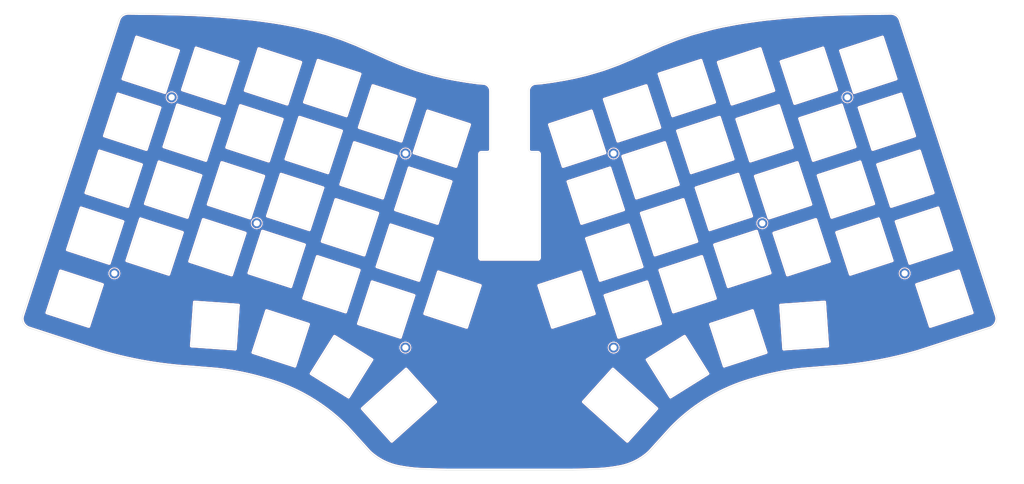
<source format=kicad_pcb>
(kicad_pcb (version 20211014) (generator pcbnew)
  (layers (0 "F.Cu" signal) (31 "B.Cu" signal) (34 "B.Paste" user) (35 "F.Paste" user) (36 "B.SilkS" user "B.Silkscreen") (37 "F.SilkS" user "F.Silkscreen") (38 "B.Mask" user) (39 "F.Mask" user) (44 "Edge.Cuts" user))
  (net 0 "")
  (footprint "" (layer "F.Cu") (at 344.943026 140.086066 18)
    (fp_text reference "" (at 0 0 18) (layer "F.SilkS") (effects (font (size 1.27 1.27))))
    (fp_text value "" (at 0 0 18) (layer "F.SilkS") (effects (font (size 1.27 1.27))))
    (pad "" thru_hole circle locked (at 0 0 306) (size 3.2 3.2) (drill 2) (layers *.Cu *.Mask "Dwgs.User") (clearance 0.3))
  )
  (footprint "" (layer "F.Cu") (at 299.700822 124.139077 18)
    (fp_text reference "" (at 0 0 18) (layer "F.SilkS") (effects (font (size 1.27 1.27))))
    (fp_text value "" (at 0 0 18) (layer "F.SilkS") (effects (font (size 1.27 1.27))))
    (pad "" thru_hole circle locked (at 0 0 306) (size 3.2 3.2) (drill 2) (layers *.Cu *.Mask "Dwgs.User") (clearance 0.3))
  )
  (footprint "" (layer "F.Cu") (at 252.427868 101.942074 18)
    (fp_text reference "" (at 0 0 18) (layer "F.SilkS") (effects (font (size 1.27 1.27))))
    (fp_text value "" (at 0 0 18) (layer "F.SilkS") (effects (font (size 1.27 1.27))))
    (pad "" thru_hole circle locked (at 0 0 306) (size 3.2 3.2) (drill 2) (layers *.Cu *.Mask "Dwgs.User") (clearance 0.3))
  )
  (footprint "" (layer "F.Cu") (at 252.461127 163.69153 18)
    (fp_text reference "" (at 0 0 18) (layer "F.SilkS") (effects (font (size 1.27 1.27))))
    (fp_text value "" (at 0 0 18) (layer "F.SilkS") (effects (font (size 1.27 1.27))))
    (pad "" thru_hole circle locked (at 0 0 306) (size 3.2 3.2) (drill 2) (layers *.Cu *.Mask "Dwgs.User") (clearance 0.3))
  )
  (footprint "" (layer "F.Cu") (at 326.743082 84.072406 18)
    (fp_text reference "" (at 0 0 18) (layer "F.SilkS") (effects (font (size 1.27 1.27))))
    (fp_text value "" (at 0 0 18) (layer "F.SilkS") (effects (font (size 1.27 1.27))))
    (pad "" thru_hole circle locked (at 0 0 306) (size 3.2 3.2) (drill 2) (layers *.Cu *.Mask "Dwgs.User") (clearance 0.3))
  )
  (footprint "" (layer "B.Cu") (at 139.034094 124.139077 162)
    (fp_text reference "" (at 0 0 162) (layer "B.SilkS") (effects (font (size 1.27 1.27)) (justify mirror)))
    (fp_text value "" (at 0 0 162) (layer "B.SilkS") (effects (font (size 1.27 1.27)) (justify mirror)))
    (pad "" thru_hole circle locked (at 0 0 90) (size 3.2 3.2) (drill 2) (layers *.Cu *.Mask "Dwgs.User") (clearance 0.3))
  )
  (footprint "" (layer "B.Cu") (at 186.273789 163.69153 162)
    (fp_text reference "" (at 0 0 162) (layer "B.SilkS") (effects (font (size 1.27 1.27)) (justify mirror)))
    (fp_text value "" (at 0 0 162) (layer "B.SilkS") (effects (font (size 1.27 1.27)) (justify mirror)))
    (pad "" thru_hole circle locked (at 0 0 90) (size 3.2 3.2) (drill 2) (layers *.Cu *.Mask "Dwgs.User") (clearance 0.3))
  )
  (footprint "" (layer "B.Cu") (at 111.991834 84.072406 162)
    (fp_text reference "" (at 0 0 162) (layer "B.SilkS") (effects (font (size 1.27 1.27)) (justify mirror)))
    (fp_text value "" (at 0 0 162) (layer "B.SilkS") (effects (font (size 1.27 1.27)) (justify mirror)))
    (pad "" thru_hole circle locked (at 0 0 90) (size 3.2 3.2) (drill 2) (layers *.Cu *.Mask "Dwgs.User") (clearance 0.3))
  )
  (footprint "" (layer "B.Cu") (at 186.307048 101.942074 162)
    (fp_text reference "" (at 0 0 162) (layer "B.SilkS") (effects (font (size 1.27 1.27)) (justify mirror)))
    (fp_text value "" (at 0 0 162) (layer "B.SilkS") (effects (font (size 1.27 1.27)) (justify mirror)))
    (pad "" thru_hole circle locked (at 0 0 90) (size 3.2 3.2) (drill 2) (layers *.Cu *.Mask "Dwgs.User") (clearance 0.3))
  )
  (footprint "" (layer "B.Cu") (at 93.79189 140.086066 162)
    (fp_text reference "" (at 0 0 162) (layer "B.SilkS") (effects (font (size 1.27 1.27)) (justify mirror)))
    (fp_text value "" (at 0 0 162) (layer "B.SilkS") (effects (font (size 1.27 1.27)) (justify mirror)))
    (pad "" thru_hole circle locked (at 0 0 90) (size 3.2 3.2) (drill 2) (layers *.Cu *.Mask "Dwgs.User") (clearance 0.3))
  )
  (gr_line (start 137.835718 165.255013) (end 151.150509 169.581252) (layer "Edge.Cuts") (width 0.05))
  (gr_line (start 171.365761 156.092523) (end 184.680552 160.418762) (layer "Edge.Cuts") (width 0.05))
  (gr_line (start 272.323562 65.617683) (end 277.344308 63.908554) (layer "Edge.Cuts") (width 0.099999))
  (gr_line (start 115.418801 81.696356) (end 128.733592 86.022595) (layer "Edge.Cuts") (width 0.05))
  (gr_line (start 121.286281 108.943057) (end 107.971489 104.616817) (layer "Edge.Cuts") (width 0.05))
  (gr_line (start 265.577282 134.240742) (end 278.892073 129.914503) (layer "Edge.Cuts") (width 0.05))
  (gr_line (start 171.597099 139.043575) (end 158.282307 134.717335) (layer "Edge.Cuts") (width 0.05))
  (gr_line (start 119.549357 57.799238) (end 125.509688 58.144874) (layer "Edge.Cuts") (width 0.099999))
  (gr_line (start 199.307797 202.675942) (end 191.179794 202.421941) (layer "Edge.Cuts") (width 0.1))
  (gr_line (start 96.496981 123.589589) (end 83.182189 119.263349) (layer "Edge.Cuts") (width 0.05))
  (gr_line (start 300.937768 59.230864) (end 307.142621 58.622085) (layer "Edge.Cuts") (width 0.099999))
  (gr_line (start 226.367458 101.601893) (end 228.367458 101.601893) (layer "Edge.Cuts") (width 0.05))
  (gr_line (start 168.540976 66.458284) (end 170.6706 67.298888) (layer "Edge.Cuts") (width 0.099999))
  (gr_line (start 213.367458 82.101893) (end 213.367458 100.601893) (layer "Edge.Cuts") (width 0.05))
  (gr_line (start 111.073272 140.375474) (end 115.399509 127.060682) (layer "Edge.Cuts") (width 0.05))
  (gr_line (start 186.514455 170.542133) (end 195.882283 180.946161) (layer "Edge.Cuts") (width 0.05))
  (gr_line (start 266.163716 183.096694) (end 256.795888 193.500722) (layer "Edge.Cuts") (width 0.05))
  (gr_line (start 85.653823 156.953835) (end 89.98006 143.639043) (layer "Edge.Cuts") (width 0.05))
  (gr_line (start 341.408118 57.438745) (end 341.814519 57.591149) (layer "Edge.Cuts") (width 0.099999))
  (gr_line (start 71.463224 159.01361) (end 89.580851 164.900387) (layer "Edge.Cuts") (width 0.1))
  (gr_line (start 183.370646 102.80832) (end 170.055854 98.48208) (layer "Edge.Cuts") (width 0.05))
  (gr_line (start 297.863824 126.656446) (end 284.549032 130.982686) (layer "Edge.Cuts") (width 0.05))
  (gr_arc (start 228.367458 101.601893) (mid 228.721016 101.748335) (end 228.867458 102.101893) (layer "Edge.Cuts") (width 0.05))
  (gr_line (start 108.270528 87.354334) (end 94.955736 83.028094) (layer "Edge.Cuts") (width 0.05))
  (gr_line (start 66.735901 157.477611) (end 71.463224 159.01361) (layer "Edge.Cuts") (width 0.1))
  (gr_line (start 305.531385 150.191612) (end 319.497282 149.215021) (layer "Edge.Cuts") (width 0.05))
  (gr_line (start 102.383753 105.471964) (end 89.068961 101.145724) (layer "Edge.Cuts") (width 0.05))
  (gr_line (start 95.447221 58.911945) (end 95.650376 58.607143) (layer "Edge.Cuts") (width 0.099999))
  (gr_line (start 274.983543 160.117208) (end 282.402413 171.989882) (layer "Edge.Cuts") (width 0.05))
  (gr_line (start 257.156147 124.660105) (end 243.841355 128.986345) (layer "Edge.Cuts") (width 0.05))
  (gr_line (start 83.182189 119.263349) (end 78.855953 132.578142) (layer "Edge.Cuts") (width 0.05))
  (gr_arc (start 349.154065 164.900387) (mid 336.541435 167.91698) (end 323.690653 169.659293) (layer "Edge.Cuts") (width 0.1))
  (gr_line (start 125.509688 58.144874) (end 131.592295 58.622085) (layer "Edge.Cuts") (width 0.099999))
  (gr_line (start 325.023616 57.585163) (end 333.150802 57.414237) (layer "Edge.Cuts") (width 0.099999))
  (gr_line (start 122.047053 122.943787) (end 117.720817 136.25858) (layer "Edge.Cuts") (width 0.05))
  (gr_line (start 313.225228 58.144874) (end 319.185559 57.799238) (layer "Edge.Cuts") (width 0.099999))
  (gr_line (start 267.137817 139.043575) (end 271.464054 152.358367) (layer "Edge.Cuts") (width 0.05))
  (gr_line (start 113.7113 57.585163) (end 119.549357 57.799238) (layer "Edge.Cuts") (width 0.099999))
  (gr_line (start 366.395884 152.627596) (end 362.069648 139.312803) (layer "Edge.Cuts") (width 0.05))
  (gr_line (start 158.282307 134.717335) (end 153.956071 148.032128) (layer "Edge.Cuts") (width 0.05))
  (gr_line (start 300.899198 165.255013) (end 296.572962 151.94022) (layer "Edge.Cuts") (width 0.05))
  (gr_line (start 304.914316 86.708532) (end 291.599524 91.034772) (layer "Edge.Cuts") (width 0.05))
  (gr_line (start 272.775485 94.747431) (end 277.101722 108.062223) (layer "Edge.Cuts") (width 0.05))
  (gr_line (start 148.318403 103.735984) (end 161.633194 108.062223) (layer "Edge.Cuts") (width 0.05))
  (gr_line (start 236.394044 106.065883) (end 249.708835 101.739644) (layer "Edge.Cuts") (width 0.05))
  (gr_line (start 90.6295 96.342887) (end 103.944291 100.669126) (layer "Edge.Cuts") (width 0.05))
  (gr_line (start 237.95458 110.868715) (end 242.280817 124.183507) (layer "Edge.Cuts") (width 0.05))
  (gr_line (start 299.027543 68.590908) (end 285.712751 72.917148) (layer "Edge.Cuts") (width 0.05))
  (gr_line (start 209.867458 135.105893) (end 209.867458 102.101893) (layer "Edge.Cuts") (width 0.05))
  (gr_line (start 161.633194 108.062223) (end 165.959431 94.747431) (layer "Edge.Cuts") (width 0.05))
  (gr_line (start 317.448635 108.943057) (end 321.774872 122.257849) (layer "Edge.Cuts") (width 0.05))
  (gr_line (start 284.52974 85.61836) (end 280.203504 72.303567) (layer "Edge.Cuts") (width 0.05))
  (gr_line (start 167.519967 89.944599) (end 171.846204 76.629807) (layer "Edge.Cuts") (width 0.05))
  (gr_line (start 342.237935 123.589589) (end 346.564172 136.904381) (layer "Edge.Cuts") (width 0.05))
  (gr_line (start 330.763427 104.616817) (end 317.448635 108.943057) (layer "Edge.Cuts") (width 0.05))
  (gr_line (start 295.925761 104.349564) (end 309.240552 100.023325) (layer "Edge.Cuts") (width 0.05))
  (gr_line (start 311.56186 90.825427) (end 315.888097 104.140219) (layer "Edge.Cuts") (width 0.05))
  (gr_line (start 153.956071 148.032128) (end 167.270862 152.358367) (layer "Edge.Cuts") (width 0.05))
  (gr_line (start 246.777352 75.958731) (end 249.165457 75.235741) (layer "Edge.Cuts") (width 0.099999))
  (gr_line (start 147.135392 91.034772) (end 133.8206 86.708532) (layer "Edge.Cuts") (width 0.05))
  (gr_line (start 323.335407 127.060682) (end 327.661644 140.375474) (layer "Edge.Cuts") (width 0.05))
  (gr_line (start 257.810883 71.868678) (end 261.81165 70.069869) (layer "Edge.Cuts") (width 0.099999))
  (gr_line (start 297.486299 109.152402) (end 301.812536 122.467194) (layer "Edge.Cuts") (width 0.05))
  (gr_line (start 306.507976 164.157509) (end 305.531385 150.191612) (layer "Edge.Cuts") (width 0.05))
  (gr_line (start 251.269372 106.542475) (end 237.95458 110.868715) (layer "Edge.Cuts") (width 0.05))
  (gr_line (start 290.416513 103.735984) (end 286.090277 90.421191) (layer "Edge.Cuts") (width 0.05))
  (gr_line (start 328.903852 82.551502) (end 342.218643 78.225263) (layer "Edge.Cuts") (width 0.05))
  (gr_line (start 140.871092 126.656446) (end 136.544856 139.971239) (layer "Edge.Cuts") (width 0.05))
  (gr_line (start 327.661644 140.375474) (end 340.976435 136.049235) (layer "Edge.Cuts") (width 0.05))
  (gr_line (start 127.933825 104.826162) (end 123.607589 118.140955) (layer "Edge.Cuts") (width 0.05))
  (gr_line (start 342.220924 57.794343) (end 342.576546 58.048343) (layer "Edge.Cuts") (width 0.099999))
  (gr_line (start 298.154948 59.587078) (end 300.937768 59.230864) (layer "Edge.Cuts") (width 0.099999))
  (gr_line (start 107.971489 104.616817) (end 103.645253 117.93161) (layer "Edge.Cuts") (width 0.05))
  (gr_line (start 192.426774 152.920484) (end 205.741565 157.246723) (layer "Edge.Cuts") (width 0.05))
  (gr_line (start 147.278544 60.595215) (end 151.44344 61.383359) (layer "Edge.Cuts") (width 0.099999))
  (gr_line (start 175.691997 142.77773) (end 171.365761 156.092523) (layer "Edge.Cuts") (width 0.05))
  (gr_line (start 252.220461 170.542133) (end 266.163716 183.096694) (layer "Edge.Cuts") (width 0.05))
  (gr_line (start 131.592295 58.622085) (end 137.797148 59.230864) (layer "Edge.Cuts") (width 0.099999))
  (gr_line (start 205.741565 157.246723) (end 210.067802 143.931931) (layer "Edge.Cuts") (width 0.05))
  (gr_line (start 353.081093 156.953835) (end 366.395884 152.627596) (layer "Edge.Cuts") (width 0.05))
  (gr_line (start 97.758481 136.049235) (end 111.073272 140.375474) (layer "Edge.Cuts") (width 0.05))
  (gr_line (start 261.482383 137.974898) (end 257.156147 124.660105) (layer "Edge.Cuts") (width 0.05))
  (gr_line (start 248.167592 142.301137) (end 261.482383 137.974898) (layer "Edge.Cuts") (width 0.05))
  (gr_line (start 239.427119 202.675942) (end 230.537121 202.675941) (layer "Edge.Cuts") (width 0.1))
  (gr_line (start 340.976435 136.049235) (end 336.650199 122.734442) (layer "Edge.Cuts") (width 0.05))
  (gr_line (start 95.650376 58.607143) (end 95.904405 58.302349) (layer "Edge.Cuts") (width 0.099999))
  (gr_line (start 89.98006 143.639043) (end 76.665268 139.312803) (layer "Edge.Cuts") (width 0.05))
  (gr_line (start 201.909371 78.357015) (end 205.825108 79.008943) (layer "Edge.Cuts") (width 0.099999))
  (gr_arc (start 191.179794 202.421941) (mid 188.000927 202.149783) (end 184.846392 201.672102) (layer "Edge.Cuts") (width 0.1))
  (gr_line (start 123.607589 118.140955) (end 136.92238 122.467194) (layer "Edge.Cuts") (width 0.05))
  (gr_line (start 103.944291 100.669126) (end 108.270528 87.354334) (layer "Edge.Cuts") (width 0.05))
  (gr_line (start 144.246549 60.10278) (end 147.278544 60.595215) (layer "Edge.Cuts") (width 0.099999))
  (gr_arc (start 115.044263 169.659293) (mid 102.193481 167.91698) (end 89.580851 164.900387) (layer "Edge.Cuts") (width 0.1))
  (gr_line (start 136.544856 139.971239) (end 149.859647 144.297478) (layer "Edge.Cuts") (width 0.05))
  (gr_line (start 267.118525 93.679249) (end 262.792289 80.364456) (layer "Edge.Cuts") (width 0.05))
  (gr_line (start 225.367458 100.601893) (end 225.367458 82.101893) (layer "Edge.Cuts") (width 0.05))
  (gr_line (start 181.939028 193.500722) (end 172.5712 183.096694) (layer "Edge.Cuts") (width 0.05))
  (gr_line (start 100.629754 57.359658) (end 105.584114 57.414237) (layer "Edge.Cuts") (width 0.099999))
  (gr_line (start 148.695928 86.23194) (end 153.022165 72.917148) (layer "Edge.Cuts") (width 0.05))
  (gr_line (start 142.809155 104.349564) (end 147.135392 91.034772) (layer "Edge.Cuts") (width 0.05))
  (gr_line (start 294.488367 60.10278) (end 298.154948 59.587078) (layer "Edge.Cuts") (width 0.099999))
  (gr_line (start 367.271692 159.01361) (end 371.999015 157.477611) (layer "Edge.Cuts") (width 0.1))
  (gr_line (start 349.665955 101.145724) (end 336.351163 105.471964) (layer "Edge.Cuts") (width 0.05))
  (gr_line (start 115.044263 169.659293) (end 118.219438 169.883979) (layer "Edge.Cuts") (width 0.099999))
  (gr_line (start 283.25817 156.26646) (end 287.584407 169.581252) (layer "Edge.Cuts") (width 0.05))
  (gr_line (start 305.675087 72.707803) (end 310.001324 86.022595) (layer "Edge.Cuts") (width 0.05))
  (gr_line (start 89.068961 101.145724) (end 84.742725 114.460517) (layer "Edge.Cuts") (width 0.05))
  (gr_line (start 171.846204 76.629807) (end 158.531412 72.303567) (layer "Edge.Cuts") (width 0.05))
  (gr_line (start 161.390608 63.908554) (end 166.411354 65.617683) (layer "Edge.Cuts") (width 0.099999))
  (gr_line (start 154.846884 62.143583) (end 157.615744 62.880539) (layer "Edge.Cuts") (width 0.099999))
  (gr_line (start 183.139308 119.857268) (end 196.454099 124.183507) (layer "Edge.Cuts") (width 0.05))
  (gr_line (start 254.054364 160.418762) (end 267.369155 156.092523) (layer "Edge.Cuts") (width 0.05))
  (gr_line (start 366.987227 131.68725) (end 374.070493 153.487302) (layer "Edge.Cuts") (width 0.1))
  (gr_line (start 243.841355 128.986345) (end 248.167592 142.301137) (layer "Edge.Cuts") (width 0.05))
  (gr_line (start 284.549032 130.982686) (end 288.875269 144.297478) (layer "Edge.Cuts") (width 0.05))
  (gr_line (start 321.774872 122.257849) (end 335.089663 117.93161) (layer "Edge.Cuts") (width 0.05))
  (gr_line (start 155.746419 126.179853) (end 160.072656 112.865061) (layer "Edge.Cuts") (width 0.05))
  (gr_line (start 315.127327 118.140955) (end 310.801091 104.826162) (layer "Edge.Cuts") (width 0.05))
  (gr_line (start 189.257419 84.690696) (end 175.942627 80.364456) (layer "Edge.Cuts") (width 0.05))
  (gr_line (start 241.981906 139.605691) (end 228.667114 143.931931) (layer "Edge.Cuts") (width 0.05))
  (gr_line (start 176.923266 70.069869) (end 180.924033 71.868678) (layer "Edge.Cuts") (width 0.099999))
  (gr_line (start 100.842509 64.91047) (end 96.516273 78.225263) (layer "Edge.Cuts") (width 0.05))
  (gr_line (start 349.154065 164.900387) (end 367.271692 159.01361) (layer "Edge.Cuts") (width 0.1))
  (gr_line (start 141.248617 109.152402) (end 127.933825 104.826162) (layer "Edge.Cuts") (width 0.05))
  (gr_line (start 362.069648 139.312803) (end 348.754856 143.639043) (layer "Edge.Cuts") (width 0.05))
  (gr_line (start 196.454099 124.183507) (end 200.780336 110.868715) (layer "Edge.Cuts") (width 0.05))
  (gr_line (start 209.618601 79.529297) (end 210.867458 79.601893) (layer "Edge.Cuts") (width 0.099999))
  (gr_line (start 256.795888 193.500722) (end 242.852633 180.946161) (layer "Edge.Cuts") (width 0.05))
  (gr_line (start 342.830511 58.302349) (end 343.08454 58.607143) (layer "Edge.Cuts") (width 0.099999))
  (gr_line (start 286.090277 90.421191) (end 272.775485 94.747431) (layer "Edge.Cuts") (width 0.05))
  (gr_line (start 343.08454 58.607143) (end 343.287695 58.911945) (layer "Edge.Cuts") (width 0.099999))
  (gr_line (start 152.644639 90.421191) (end 148.318403 103.735984) (layer "Edge.Cuts") (width 0.05))
  (gr_line (start 171.616391 93.679249) (end 184.931182 98.005488) (layer "Edge.Cuts") (width 0.05))
  (gr_line (start 265.563242 68.407279) (end 268.064316 67.298888) (layer "Edge.Cuts") (width 0.099999))
  (gr_line (start 291.456372 60.595215) (end 294.488367 60.10278) (layer "Edge.Cuts") (width 0.099999))
  (gr_line (start 175.942627 80.364456) (end 171.616391 93.679249) (layer "Edge.Cuts") (width 0.05))
  (gr_line (start 333.150802 57.414237) (end 338.105162 57.359658) (layer "Edge.Cuts") (width 0.099999))
  (gr_arc (start 210.367458 135.605893) (mid 210.013914 135.459437) (end 209.867458 135.105893) (layer "Edge.Cuts") (width 0.05))
  (gr_arc (start 374.070493 153.487302) (mid 373.872108 155.91714) (end 371.999015 157.477611) (layer "Edge.Cuts") (width 0.1))
  (gr_line (start 255.595608 119.857268) (end 251.269372 106.542475) (layer "Edge.Cuts") (width 0.05))
  (gr_line (start 208.197795 202.675941) (end 199.307797 202.675942) (layer "Edge.Cuts") (width 0.1))
  (gr_line (start 336.351163 105.471964) (end 340.6774 118.786756) (layer "Edge.Cuts") (width 0.05))
  (gr_line (start 156.332503 171.989882) (end 163.751373 160.117208) (layer "Edge.Cuts") (width 0.05))
  (gr_line (start 129.494364 100.023325) (end 142.809155 104.349564) (layer "Edge.Cuts") (width 0.05))
  (gr_line (start 278.66226 112.865061) (end 282.988497 126.179853) (layer "Edge.Cuts") (width 0.05))
  (gr_line (start 133.203531 150.191612) (end 132.22694 164.157509) (layer "Edge.Cuts") (width 0.05))
  (gr_line (start 113.858264 86.499187) (end 109.532028 99.81398) (layer "Edge.Cuts") (width 0.05))
  (gr_line (start 270.529739 179.408752) (end 263.110869 167.536078) (layer "Edge.Cuts") (width 0.05))
  (gr_line (start 142.431628 121.853614) (end 155.746419 126.179853) (layer "Edge.Cuts") (width 0.05))
  (gr_line (start 198.755114 77.733012) (end 201.909371 78.357015) (layer "Edge.Cuts") (width 0.099999))
  (gr_line (start 96.15837 58.048343) (end 96.513992 57.794343) (layer "Edge.Cuts") (width 0.099999))
  (gr_line (start 307.699308 140.584819) (end 321.014099 136.25858) (layer "Edge.Cuts") (width 0.05))
  (gr_line (start 128.733592 86.022595) (end 133.059829 72.707803) (layer "Edge.Cuts") (width 0.05))
  (gr_line (start 125.966266 170.521294) (end 118.219438 169.883979) (layer "Edge.Cuts") (width 0.1))
  (gr_line (start 78.855953 132.578142) (end 92.170744 136.904381) (layer "Edge.Cuts") (width 0.05))
  (gr_line (start 348.754856 143.639043) (end 353.081093 156.953835) (layer "Edge.Cuts") (width 0.05))
  (gr_arc (start 253.888524 201.672102) (mid 250.733989 202.149783) (end 247.555122 202.421941) (layer "Edge.Cuts") (width 0.1))
  (gr_line (start 84.742725 114.460517) (end 98.057516 118.786756) (layer "Edge.Cuts") (width 0.05))
  (gr_line (start 236.825545 78.357015) (end 239.979802 77.733012) (layer "Edge.Cuts") (width 0.099999))
  (gr_line (start 96.513992 57.794343) (end 96.920397 57.591149) (layer "Edge.Cuts") (width 0.099999))
  (gr_line (start 117.720817 136.25858) (end 131.035608 140.584819) (layer "Edge.Cuts") (width 0.05))
  (gr_line (start 116.960044 122.257849) (end 121.286281 108.943057) (layer "Edge.Cuts") (width 0.05))
  (gr_line (start 191.957564 75.958731) (end 194.975599 76.83191) (layer "Edge.Cuts") (width 0.099999))
  (gr_line (start 278.892073 129.914503) (end 274.565837 116.59971) (layer "Edge.Cuts") (width 0.05))
  (gr_line (start 281.119172 62.880539) (end 283.888032 62.143583) (layer "Edge.Cuts") (width 0.099999))
  (gr_line (start 343.77918 83.028094) (end 330.464388 87.354334) (layer "Edge.Cuts") (width 0.05))
  (gr_line (start 92.170744 136.904381) (end 96.496981 123.589589) (layer "Edge.Cuts") (width 0.05))
  (gr_line (start 97.326798 57.438745) (end 97.936387 57.337143) (layer "Edge.Cuts") (width 0.099999))
  (gr_line (start 343.287695 58.911945) (end 343.440131 59.216744) (layer "Edge.Cuts") (width 0.099999))
  (gr_arc (start 209.867458 102.101893) (mid 210.013899 101.748326) (end 210.367458 101.601893) (layer "Edge.Cuts") (width 0.05))
  (gr_line (start 210.067802 143.931931) (end 196.75301 139.605691) (layer "Edge.Cuts") (width 0.05))
  (gr_line (start 268.064316 67.298888) (end 270.19394 66.458284) (layer "Edge.Cuts") (width 0.099999))
  (gr_line (start 291.599524 91.034772) (end 295.925761 104.349564) (layer "Edge.Cuts") (width 0.05))
  (gr_line (start 157.615744 62.880539) (end 161.390608 63.908554) (layer "Edge.Cuts") (width 0.099999))
  (gr_arc (start 296.894079 173.696633) (mid 304.754581 171.725096) (end 312.76865 170.521294) (layer "Edge.Cuts") (width 0.1))
  (gr_arc (start 66.735901 157.477611) (mid 64.862791 155.917158) (end 64.664423 153.487302) (layer "Edge.Cuts") (width 0.1))
  (gr_line (start 151.150509 169.581252) (end 155.476746 156.26646) (layer "Edge.Cuts") (width 0.05))
  (gr_line (start 202.340872 106.065883) (end 206.667109 92.751091) (layer "Edge.Cuts") (width 0.05))
  (gr_line (start 76.665268 139.312803) (end 72.339032 152.627596) (layer "Edge.Cuts") (width 0.05))
  (gr_line (start 303.373071 127.270027) (end 307.699308 140.584819) (layer "Edge.Cuts") (width 0.05))
  (gr_line (start 158.531412 72.303567) (end 154.205176 85.61836) (layer "Edge.Cuts") (width 0.05))
  (gr_line (start 179.044409 116.123112) (end 183.370646 102.80832) (layer "Edge.Cuts") (width 0.05))
  (gr_line (start 271.214949 89.944599) (end 284.52974 85.61836) (layer "Edge.Cuts") (width 0.05))
  (gr_line (start 287.291476 61.383359) (end 291.456372 60.595215) (layer "Edge.Cuts") (width 0.099999))
  (gr_line (start 168.205177 179.408752) (end 156.332503 171.989882) (layer "Edge.Cuts") (width 0.05))
  (gr_line (start 139.707373 68.590908) (end 135.381137 81.905701) (layer "Edge.Cuts") (width 0.05))
  (gr_line (start 290.038988 86.23194) (end 303.353779 81.905701) (layer "Edge.Cuts") (width 0.05))
  (gr_line (start 187.465544 106.542475) (end 183.139308 119.857268) (layer "Edge.Cuts") (width 0.05))
  (gr_line (start 102.084717 122.734442) (end 97.758481 136.049235) (layer "Edge.Cuts") (width 0.05))
  (gr_line (start 153.022165 72.917148) (end 139.707373 68.590908) (layer "Edge.Cuts") (width 0.05))
  (gr_line (start 160.072656 112.865061) (end 146.757864 108.538821) (layer "Edge.Cuts") (width 0.05))
  (gr_arc (start 210.867458 79.601893) (mid 212.635229 80.334122) (end 213.367458 82.101893) (layer "Edge.Cuts") (width 0.05))
  (gr_line (start 321.014099 136.25858) (end 316.687863 122.943787) (layer "Edge.Cuts") (width 0.05))
  (gr_line (start 96.920397 57.591149) (end 97.326798 57.438745) (layer "Edge.Cuts") (width 0.099999))
  (gr_line (start 127.173056 90.825427) (end 113.858264 86.499187) (layer "Edge.Cuts") (width 0.05))
  (gr_line (start 303.353779 81.905701) (end 299.027543 68.590908) (layer "Edge.Cuts") (width 0.05))
  (gr_line (start 330.464388 87.354334) (end 334.790625 100.669126) (layer "Edge.Cuts") (width 0.05))
  (gr_line (start 341.814519 57.591149) (end 342.220924 57.794343) (layer "Edge.Cuts") (width 0.099999))
  (gr_line (start 291.977052 108.538821) (end 278.66226 112.865061) (layer "Edge.Cuts") (width 0.05))
  (gr_line (start 340.6774 118.786756) (end 353.992191 114.460517) (layer "Edge.Cuts") (width 0.05))
  (gr_line (start 232.067807 92.751091) (end 236.394044 106.065883) (layer "Edge.Cuts") (width 0.05))
  (gr_line (start 245.382599 88.424851) (end 232.067807 92.751091) (layer "Edge.Cuts") (width 0.05))
  (gr_line (start 219.367458 202.675942) (end 208.197795 202.675941) (layer "Edge.Cuts") (width 0.1))
  (gr_line (start 96.516273 78.225263) (end 109.831064 82.551502) (layer "Edge.Cuts") (width 0.05))
  (gr_line (start 193.352317 88.424851) (end 189.026081 101.739644) (layer "Edge.Cuts") (width 0.05))
  (gr_line (start 97.936387 57.337143) (end 100.629754 57.359658) (layer "Edge.Cuts") (width 0.099999))
  (gr_line (start 271.464054 152.358367) (end 284.778845 148.032128) (layer "Edge.Cuts") (width 0.05))
  (gr_line (start 184.680552 160.418762) (end 189.006789 147.10397) (layer "Edge.Cuts") (width 0.05))
  (gr_line (start 132.22694 164.157509) (end 118.261043 163.180918) (layer "Edge.Cuts") (width 0.05))
  (gr_line (start 310.801091 104.826162) (end 297.486299 109.152402) (layer "Edge.Cuts") (width 0.05))
  (gr_line (start 263.042919 142.77773) (end 249.728127 147.10397) (layer "Edge.Cuts") (width 0.05))
  (gr_line (start 172.5712 183.096694) (end 186.514455 170.542133) (layer "Edge.Cuts") (width 0.05))
  (gr_line (start 338.105162 57.359658) (end 340.798529 57.337143) (layer "Edge.Cuts") (width 0.099999))
  (gr_line (start 146.757864 108.538821) (end 142.431628 121.853614) (layer "Edge.Cuts") (width 0.05))
  (gr_line (start 243.759317 76.83191) (end 246.777352 75.958731) (layer "Edge.Cuts") (width 0.099999))
  (gr_line (start 261.251045 120.92595) (end 265.577282 134.240742) (layer "Edge.Cuts") (width 0.05))
  (gr_line (start 64.664423 153.487302) (end 71.747689 131.68725) (layer "Edge.Cuts") (width 0.1))
  (gr_line (start 98.057516 118.786756) (end 102.383753 105.471964) (layer "Edge.Cuts") (width 0.05))
  (gr_arc (start 141.840837 173.696633) (mid 155.879894 179.648254) (end 167.876468 189.060966) (layer "Edge.Cuts") (width 0.1))
  (gr_line (start 239.979802 77.733012) (end 243.759317 76.83191) (layer "Edge.Cuts") (width 0.099999))
  (gr_line (start 133.059829 72.707803) (end 119.745037 68.381563) (layer "Edge.Cuts") (width 0.05))
  (gr_line (start 277.101722 108.062223) (end 290.416513 103.735984) (layer "Edge.Cuts") (width 0.05))
  (gr_line (start 140.579968 59.587078) (end 144.246549 60.10278) (layer "Edge.Cuts") (width 0.099999))
  (gr_line (start 180.924033 71.868678) (end 184.553368 73.399699) (layer "Edge.Cuts") (width 0.099999))
  (gr_line (start 72.339032 152.627596) (end 85.653823 156.953835) (layer "Edge.Cuts") (width 0.05))
  (gr_line (start 296.572962 151.94022) (end 283.25817 156.26646) (layer "Edge.Cuts") (width 0.05))
  (gr_line (start 165.959431 94.747431) (end 152.644639 90.421191) (layer "Edge.Cuts") (width 0.05))
  (gr_line (start 246.308142 152.920484) (end 241.981906 139.605691) (layer "Edge.Cuts") (width 0.05))
  (gr_line (start 133.8206 86.708532) (end 129.494364 100.023325) (layer "Edge.Cuts") (width 0.05))
  (gr_line (start 164.169079 116.59971) (end 159.842843 129.914503) (layer "Edge.Cuts") (width 0.05))
  (gr_line (start 170.055854 98.48208) (end 165.729618 111.796873) (layer "Edge.Cuts") (width 0.05))
  (gr_line (start 109.532028 99.81398) (end 122.846819 104.140219) (layer "Edge.Cuts") (width 0.05))
  (gr_line (start 95.904405 58.302349) (end 96.15837 58.048343) (layer "Edge.Cuts") (width 0.099999))
  (gr_line (start 273.005298 111.796873) (end 268.679062 98.48208) (layer "Edge.Cuts") (width 0.05))
  (gr_arc (start 225.367458 82.101893) (mid 226.099686 80.334113) (end 227.867458 79.601893) (layer "Edge.Cuts") (width 0.05))
  (gr_line (start 177.252533 137.974898) (end 190.567324 142.301137) (layer "Edge.Cuts") (width 0.05))
  (gr_line (start 343.440131 59.216744) (end 366.987227 131.68725) (layer "Edge.Cuts") (width 0.1))
  (gr_line (start 71.747689 131.68725) (end 95.294785 59.216744) (layer "Edge.Cuts") (width 0.1))
  (gr_line (start 337.892407 64.91047) (end 324.577615 69.23671) (layer "Edge.Cuts") (width 0.05))
  (gr_line (start 329.202888 99.81398) (end 324.876652 86.499187) (layer "Edge.Cuts") (width 0.05))
  (gr_line (start 196.75301 139.605691) (end 192.426774 152.920484) (layer "Edge.Cuts") (width 0.05))
  (gr_line (start 320.515478 169.883979) (end 323.690653 169.659293) (layer "Edge.Cuts") (width 0.099999))
  (gr_line (start 301.812536 122.467194) (end 315.127327 118.140955) (layer "Edge.Cuts") (width 0.05))
  (gr_line (start 190.567324 142.301137) (end 194.893561 128.986345) (layer "Edge.Cuts") (width 0.05))
  (gr_line (start 282.402413 171.989882) (end 270.529739 179.408752) (layer "Edge.Cuts") (width 0.05))
  (gr_line (start 315.888097 104.140219) (end 329.202888 99.81398) (layer "Edge.Cuts") (width 0.05))
  (gr_line (start 255.36427 102.80832) (end 259.690507 116.123112) (layer "Edge.Cuts") (width 0.05))
  (gr_line (start 323.316115 81.696356) (end 318.989879 68.381563) (layer "Edge.Cuts") (width 0.05))
  (gr_line (start 189.026081 101.739644) (end 202.340872 106.065883) (layer "Edge.Cuts") (width 0.05))
  (gr_line (start 122.846819 104.140219) (end 127.173056 90.825427) (layer "Edge.Cuts") (width 0.05))
  (gr_line (start 174.940392 196.846103) (end 167.876468 189.060966) (layer "Edge.Cuts") (width 0.1))
  (gr_line (start 277.344308 63.908554) (end 281.119172 62.880539) (layer "Edge.Cuts") (width 0.099999))
  (gr_line (start 334.790625 100.669126) (end 348.105416 96.342887) (layer "Edge.Cuts") (width 0.05))
  (gr_line (start 155.476746 156.26646) (end 142.161954 151.94022) (layer "Edge.Cuts") (width 0.05))
  (gr_line (start 324.577615 69.23671) (end 328.903852 82.551502) (layer "Edge.Cuts") (width 0.05))
  (gr_line (start 288.875269 144.297478) (end 302.19006 139.971239) (layer "Edge.Cuts") (width 0.05))
  (gr_line (start 205.825108 79.008943) (end 209.618601 79.529297) (layer "Edge.Cuts") (width 0.099999))
  (gr_line (start 319.185559 57.799238) (end 325.023616 57.585163) (layer "Edge.Cuts") (width 0.099999))
  (gr_line (start 228.667114 143.931931) (end 232.993351 157.246723) (layer "Edge.Cuts") (width 0.05))
  (gr_line (start 177.483871 120.92595) (end 164.169079 116.59971) (layer "Edge.Cuts") (width 0.05))
  (gr_line (start 115.399509 127.060682) (end 102.084717 122.734442) (layer "Edge.Cuts") (width 0.05))
  (gr_line (start 249.165457 75.235741) (end 251.924995 74.244952) (layer "Edge.Cuts") (width 0.099999))
  (gr_line (start 359.878963 132.578142) (end 355.552727 119.263349) (layer "Edge.Cuts") (width 0.05))
  (gr_line (start 267.369155 156.092523) (end 263.042919 142.77773) (layer "Edge.Cuts") (width 0.05))
  (gr_line (start 136.92238 122.467194) (end 141.248617 109.152402) (layer "Edge.Cuts") (width 0.05))
  (gr_line (start 307.142621 58.622085) (end 313.225228 58.144874) (layer "Edge.Cuts") (width 0.099999))
  (gr_arc (start 228.867458 135.105893) (mid 228.721002 135.459437) (end 228.367458 135.605893) (layer "Edge.Cuts") (width 0.05))
  (gr_line (start 355.552727 119.263349) (end 342.237935 123.589589) (layer "Edge.Cuts") (width 0.05))
  (gr_line (start 166.411354 65.617683) (end 168.540976 66.458284) (layer "Edge.Cuts") (width 0.099999))
  (gr_line (start 280.203504 72.303567) (end 266.888712 76.629807) (layer "Edge.Cuts") (width 0.05))
  (gr_line (start 228.867458 102.101893) (end 228.867458 135.105893) (layer "Edge.Cuts") (width 0.05))
  (gr_line (start 318.989879 68.381563) (end 305.675087 72.707803) (layer "Edge.Cuts") (width 0.05))
  (gr_line (start 189.006789 147.10397) (end 175.691997 142.77773) (layer "Edge.Cuts") (width 0.05))
  (gr_line (start 229.116315 79.529297) (end 232.909808 79.008943) (layer "Edge.Cuts") (width 0.099999))
  (gr_line (start 210.367458 101.601893) (end 212.367458 101.601893) (layer "Edge.Cuts") (width 0.05))
  (gr_arc (start 226.367458 101.601893) (mid 225.660356 101.308996) (end 225.367458 100.601893) (layer "Edge.Cuts") (width 0.05))
  (gr_line (start 346.564172 136.904381) (end 359.878963 132.578142) (layer "Edge.Cuts") (width 0.05))
  (gr_line (start 340.798529 57.337143) (end 341.408118 57.438745) (layer "Edge.Cuts") (width 0.099999))
  (gr_line (start 287.584407 169.581252) (end 300.899198 165.255013) (layer "Edge.Cuts") (width 0.05))
  (gr_line (start 309.240552 100.023325) (end 304.914316 86.708532) (layer "Edge.Cuts") (width 0.05))
  (gr_line (start 247.555122 202.421941) (end 239.427119 202.675942) (layer "Edge.Cuts") (width 0.1))
  (gr_line (start 261.81165 70.069869) (end 265.563242 68.407279) (layer "Edge.Cuts") (width 0.099999))
  (gr_arc (start 184.846392 201.672102) (mid 179.534472 199.995833) (end 174.940392 196.846103) (layer "Edge.Cuts") (width 0.1))
  (gr_line (start 320.515478 169.883979) (end 312.76865 170.521294) (layer "Edge.Cuts") (width 0.1))
  (gr_line (start 186.809921 74.244952) (end 189.569459 75.235741) (layer "Edge.Cuts") (width 0.099999))
  (gr_line (start 242.280817 124.183507) (end 255.595608 119.857268) (layer "Edge.Cuts") (width 0.05))
  (gr_line (start 167.270862 152.358367) (end 171.597099 139.043575) (layer "Edge.Cuts") (width 0.05))
  (gr_line (start 274.565837 116.59971) (end 261.251045 120.92595) (layer "Edge.Cuts") (width 0.05))
  (gr_line (start 137.797148 59.230864) (end 140.579968 59.587078) (layer "Edge.Cuts") (width 0.099999))
  (gr_line (start 119.745037 68.381563) (end 115.418801 81.696356) (layer "Edge.Cuts") (width 0.05))
  (gr_line (start 154.205176 85.61836) (end 167.519967 89.944599) (layer "Edge.Cuts") (width 0.05))
  (gr_line (start 131.035608 140.584819) (end 135.361845 127.270027) (layer "Edge.Cuts") (width 0.05))
  (gr_line (start 335.089663 117.93161) (end 330.763427 104.616817) (layer "Edge.Cuts") (width 0.05))
  (gr_line (start 105.584114 57.414237) (end 113.7113 57.585163) (layer "Edge.Cuts") (width 0.099999))
  (gr_line (start 149.859647 144.297478) (end 154.185884 130.982686) (layer "Edge.Cuts") (width 0.05))
  (gr_line (start 142.161954 151.94022) (end 137.835718 165.255013) (layer "Edge.Cuts") (width 0.05))
  (gr_line (start 94.955736 83.028094) (end 90.6295 96.342887) (layer "Edge.Cuts") (width 0.05))
  (gr_line (start 173.171674 68.407279) (end 176.923266 70.069869) (layer "Edge.Cuts") (width 0.099999))
  (gr_line (start 227.867458 79.601893) (end 229.116315 79.529297) (layer "Edge.Cuts") (width 0.099999))
  (gr_line (start 342.576546 58.048343) (end 342.830511 58.302349) (layer "Edge.Cuts") (width 0.099999))
  (gr_arc (start 270.858448 189.060966) (mid 282.855022 179.648254) (end 296.894079 173.696633) (layer "Edge.Cuts") (width 0.1))
  (gr_line (start 163.751373 160.117208) (end 175.624047 167.536078) (layer "Edge.Cuts") (width 0.05))
  (gr_line (start 103.645253 117.93161) (end 116.960044 122.257849) (layer "Edge.Cuts") (width 0.05))
  (gr_line (start 263.110869 167.536078) (end 274.983543 160.117208) (layer "Edge.Cuts") (width 0.05))
  (gr_line (start 109.831064 82.551502) (end 114.157301 69.23671) (layer "Edge.Cuts") (width 0.05))
  (gr_line (start 95.294785 59.216744) (end 95.447221 58.911945) (layer "Edge.Cuts") (width 0.099999))
  (gr_line (start 118.261043 163.180918) (end 119.237634 149.215021) (layer "Edge.Cuts") (width 0.05))
  (gr_line (start 165.729618 111.796873) (end 179.044409 116.123112) (layer "Edge.Cuts") (width 0.05))
  (gr_line (start 228.367458 135.605893) (end 210.367458 135.605893) (layer "Edge.Cuts") (width 0.05))
  (gr_line (start 249.477497 84.690696) (end 253.803734 98.005488) (layer "Edge.Cuts") (width 0.05))
  (gr_line (start 353.992191 114.460517) (end 349.665955 101.145724) (layer "Edge.Cuts") (width 0.05))
  (gr_line (start 194.893561 128.986345) (end 181.578769 124.660105) (layer "Edge.Cuts") (width 0.05))
  (gr_line (start 232.909808 79.008943) (end 236.825545 78.357015) (layer "Edge.Cuts") (width 0.099999))
  (gr_line (start 336.650199 122.734442) (end 323.335407 127.060682) (layer "Edge.Cuts") (width 0.05))
  (gr_line (start 320.473873 163.180918) (end 306.507976 164.157509) (layer "Edge.Cuts") (width 0.05))
  (gr_line (start 175.624047 167.536078) (end 168.205177 179.408752) (layer "Edge.Cuts") (width 0.05))
  (gr_line (start 324.876652 86.499187) (end 311.56186 90.825427) (layer "Edge.Cuts") (width 0.05))
  (gr_line (start 135.361845 127.270027) (end 122.047053 122.943787) (layer "Edge.Cuts") (width 0.05))
  (gr_line (start 184.553368 73.399699) (end 186.809921 74.244952) (layer "Edge.Cuts") (width 0.099999))
  (gr_line (start 170.6706 67.298888) (end 173.171674 68.407279) (layer "Edge.Cuts") (width 0.099999))
  (gr_line (start 200.780336 110.868715) (end 187.465544 106.542475) (layer "Edge.Cuts") (width 0.05))
  (gr_arc (start 213.367458 100.601893) (mid 213.074559 101.308986) (end 212.367458 101.601893) (layer "Edge.Cuts") (width 0.05))
  (gr_line (start 195.882283 180.946161) (end 181.939028 193.500722) (layer "Edge.Cuts") (width 0.05))
  (gr_line (start 135.381137 81.905701) (end 148.695928 86.23194) (layer "Edge.Cuts") (width 0.05))
  (gr_arc (start 263.794524 196.846103) (mid 259.200444 199.995833) (end 253.888524 201.672102) (layer "Edge.Cuts") (width 0.1))
  (gr_line (start 285.712751 72.917148) (end 290.038988 86.23194) (layer "Edge.Cuts") (width 0.05))
  (gr_line (start 230.537121 202.675941) (end 219.367458 202.675942) (layer "Edge.Cuts") (width 0.1))
  (gr_line (start 181.578769 124.660105) (end 177.252533 137.974898) (layer "Edge.Cuts") (width 0.05))
  (gr_line (start 259.690507 116.123112) (end 273.005298 111.796873) (layer "Edge.Cuts") (width 0.05))
  (gr_line (start 348.105416 96.342887) (end 343.77918 83.028094) (layer "Edge.Cuts") (width 0.05))
  (gr_line (start 249.708835 101.739644) (end 245.382599 88.424851) (layer "Edge.Cuts") (width 0.05))
  (gr_line (start 296.303288 121.853614) (end 291.977052 108.538821) (layer "Edge.Cuts") (width 0.05))
  (gr_line (start 154.185884 130.982686) (end 140.871092 126.656446) (layer "Edge.Cuts") (width 0.05))
  (gr_line (start 173.157634 134.240742) (end 177.483871 120.92595) (layer "Edge.Cuts") (width 0.05))
  (gr_line (start 316.687863 122.943787) (end 303.373071 127.270027) (layer "Edge.Cuts") (width 0.05))
  (gr_line (start 262.792289 80.364456) (end 249.477497 84.690696) (layer "Edge.Cuts") (width 0.05))
  (gr_line (start 253.803734 98.005488) (end 267.118525 93.679249) (layer "Edge.Cuts") (width 0.05))
  (gr_line (start 242.852633 180.946161) (end 252.220461 170.542133) (layer "Edge.Cuts") (width 0.05))
  (gr_line (start 114.157301 69.23671) (end 100.842509 64.91047) (layer "Edge.Cuts") (width 0.05))
  (gr_line (start 232.993351 157.246723) (end 246.308142 152.920484) (layer "Edge.Cuts") (width 0.05))
  (gr_line (start 151.44344 61.383359) (end 154.846884 62.143583) (layer "Edge.Cuts") (width 0.099999))
  (gr_line (start 302.19006 139.971239) (end 297.863824 126.656446) (layer "Edge.Cuts") (width 0.05))
  (gr_line (start 310.001324 86.022595) (end 323.316115 81.696356) (layer "Edge.Cuts") (width 0.05))
  (gr_arc (start 125.966266 170.521294) (mid 133.980335 171.725096) (end 141.840837 173.696633) (layer "Edge.Cuts") (width 0.1))
  (gr_line (start 270.19394 66.458284) (end 272.323562 65.617683) (layer "Edge.Cuts") (width 0.099999))
  (gr_line (start 206.667109 92.751091) (end 193.352317 88.424851) (layer "Edge.Cuts") (width 0.05))
  (gr_line (start 266.888712 76.629807) (end 271.214949 89.944599) (layer "Edge.Cuts") (width 0.05))
  (gr_line (start 254.181548 73.399699) (end 257.810883 71.868678) (layer "Edge.Cuts") (width 0.099999))
  (gr_line (start 249.728127 147.10397) (end 254.054364 160.418762) (layer "Edge.Cuts") (width 0.05))
  (gr_line (start 251.924995 74.244952) (end 254.181548 73.399699) (layer "Edge.Cuts") (width 0.099999))
  (gr_line (start 268.679062 98.48208) (end 255.36427 102.80832) (layer "Edge.Cuts") (width 0.05))
  (gr_line (start 342.218643 78.225263) (end 337.892407 64.91047) (layer "Edge.Cuts") (width 0.05))
  (gr_line (start 270.858448 189.060966) (end 263.794524 196.846103) (layer "Edge.Cuts") (width 0.1))
  (gr_line (start 189.569459 75.235741) (end 191.957564 75.958731) (layer "Edge.Cuts") (width 0.099999))
  (gr_line (start 283.888032 62.143583) (end 287.291476 61.383359) (layer "Edge.Cuts") (width 0.099999))
  (gr_line (start 119.237634 149.215021) (end 133.203531 150.191612) (layer "Edge.Cuts") (width 0.05))
  (gr_line (start 284.778845 148.032128) (end 280.452609 134.717335) (layer "Edge.Cuts") (width 0.05))
  (gr_line (start 159.842843 129.914503) (end 173.157634 134.240742) (layer "Edge.Cuts") (width 0.05))
  (gr_line (start 282.988497 126.179853) (end 296.303288 121.853614) (layer "Edge.Cuts") (width 0.05))
  (gr_line (start 194.975599 76.83191) (end 198.755114 77.733012) (layer "Edge.Cuts") (width 0.099999))
  (gr_line (start 319.497282 149.215021) (end 320.473873 163.180918) (layer "Edge.Cuts") (width 0.05))
  (gr_line (start 280.452609 134.717335) (end 267.137817 139.043575) (layer "Edge.Cuts") (width 0.05))
  (gr_line (start 184.931182 98.005488) (end 189.257419 84.690696) (layer "Edge.Cuts") (width 0.05))
  (zone (net 0) (net_name "") (layers F&B.Cu) (connect_pads (clearance 0)) (min_thickness 0.254)
    (keepout (tracks not_allowed) (vias not_allowed) (pads not_allowed) (copperpour not_allowed) (footprints allowed))
    (fill (thermal_gap 0.508) (thermal_bridge_width 0.508))
    (polygon (pts (xy 267.228127 139.043578) (xy 271.554364 152.35837) (xy 284.869155 148.032131) (xy 280.542919 134.717338)))
  )
  (zone (net 0) (net_name "") (layers F&B.Cu) (connect_pads (clearance 0)) (min_thickness 0.254)
    (keepout (tracks not_allowed) (vias not_allowed) (pads not_allowed) (copperpour not_allowed) (footprints allowed))
    (fill (thermal_gap 0.508) (thermal_bridge_width 0.508))
    (polygon (pts (xy 195.882283 180.946161) (xy 181.939029 193.500722) (xy 172.571201 183.096694) (xy 186.514458 170.542132)))
  )
  (zone (net 0) (net_name "") (layers F&B.Cu) (connect_pads (clearance 0)) (min_thickness 0.254)
    (keepout (tracks not_allowed) (vias not_allowed) (pads not_allowed) (copperpour not_allowed) (footprints allowed))
    (fill (thermal_gap 0.508) (thermal_bridge_width 0.508))
    (polygon (pts (xy 189.257417 84.690698) (xy 184.93118 98.00549) (xy 171.616389 93.679251) (xy 175.942625 80.364458)))
  )
  (zone (net 0) (net_name "") (layers F&B.Cu) (connect_pads (clearance 0)) (min_thickness 0.254)
    (keepout (tracks not_allowed) (vias not_allowed) (pads not_allowed) (copperpour not_allowed) (footprints allowed))
    (fill (thermal_gap 0.508) (thermal_bridge_width 0.508))
    (polygon (pts (xy 336.441471 105.471965) (xy 340.767708 118.786757) (xy 354.082499 114.460518) (xy 349.756263 101.145725)))
  )
  (zone (net 0) (net_name "") (layers F&B.Cu) (connect_pads (clearance 0)) (min_thickness 0.254)
    (keepout (tracks not_allowed) (vias not_allowed) (pads not_allowed) (copperpour not_allowed) (footprints allowed))
    (fill (thermal_gap 0.508) (thermal_bridge_width 0.508))
    (polygon (pts (xy 89.98006 143.639043) (xy 85.653823 156.953835) (xy 72.339032 152.627596) (xy 76.665268 139.312803)))
  )
  (zone (net 0) (net_name "") (layers F&B.Cu) (connect_pads (clearance 0)) (min_thickness 0.254)
    (keepout (tracks not_allowed) (vias not_allowed) (pads not_allowed) (copperpour not_allowed) (footprints allowed))
    (fill (thermal_gap 0.508) (thermal_bridge_width 0.508))
    (polygon (pts (xy 263.201179 167.536077) (xy 270.620047 179.408751) (xy 282.492721 171.989881) (xy 275.073853 160.117207)))
  )
  (zone (net 0) (net_name "") (layers F&B.Cu) (connect_pads (clearance 0)) (min_thickness 0.254)
    (keepout (tracks not_allowed) (vias not_allowed) (pads not_allowed) (copperpour not_allowed) (footprints allowed))
    (fill (thermal_gap 0.508) (thermal_bridge_width 0.508))
    (polygon (pts (xy 283.348479 156.266463) (xy 287.674716 169.581255) (xy 300.989507 165.255016) (xy 296.663271 151.940223)))
  )
  (zone (net 0) (net_name "") (layers F&B.Cu) (connect_pads (clearance 0)) (min_thickness 0.254)
    (keepout (tracks not_allowed) (vias not_allowed) (pads not_allowed) (copperpour not_allowed) (footprints allowed))
    (fill (thermal_gap 0.508) (thermal_bridge_width 0.508))
    (polygon (pts (xy 183.370644 102.808322) (xy 179.044407 116.123114) (xy 165.729616 111.796875) (xy 170.055852 98.482082)))
  )
  (zone (net 0) (net_name "") (layers F&B.Cu) (connect_pads (clearance 0)) (min_thickness 0.254)
    (keepout (tracks not_allowed) (vias not_allowed) (pads not_allowed) (copperpour not_allowed) (footprints allowed))
    (fill (thermal_gap 0.508) (thermal_bridge_width 0.508))
    (polygon (pts (xy 324.667923 69.23671) (xy 328.99416 82.551502) (xy 342.308951 78.225263) (xy 337.982715 64.91047)))
  )
  (zone (net 0) (net_name "") (layers F&B.Cu) (connect_pads (clearance 0)) (min_thickness 0.254)
    (keepout (tracks not_allowed) (vias not_allowed) (pads not_allowed) (copperpour not_allowed) (footprints allowed))
    (fill (thermal_gap 0.508) (thermal_bridge_width 0.508))
    (polygon (pts (xy 278.752567 112.865062) (xy 283.078804 126.179854) (xy 296.393595 121.853615) (xy 292.067359 108.538822)))
  )
  (zone (net 0) (net_name "") (layers F&B.Cu) (connect_pads (clearance 0)) (min_thickness 0.254)
    (keepout (tracks not_allowed) (vias not_allowed) (pads not_allowed) (copperpour not_allowed) (footprints allowed))
    (fill (thermal_gap 0.508) (thermal_bridge_width 0.508))
    (polygon (pts (xy 153.022165 72.917149) (xy 148.695928 86.231941) (xy 135.381137 81.905702) (xy 139.707373 68.590909)))
  )
  (zone (net 0) (net_name "") (layers F&B.Cu) (connect_pads (clearance 0)) (min_thickness 0.254)
    (keepout (tracks not_allowed) (vias not_allowed) (pads not_allowed) (copperpour not_allowed) (footprints allowed))
    (fill (thermal_gap 0.508) (thermal_bridge_width 0.508))
    (polygon (pts (xy 210.067801 143.931932) (xy 205.741564 157.246724) (xy 192.426773 152.920485) (xy 196.753009 139.605692)))
  )
  (zone (net 0) (net_name "") (layers F&B.Cu) (connect_pads (clearance 0)) (min_thickness 0.254)
    (keepout (tracks not_allowed) (vias not_allowed) (pads not_allowed) (copperpour not_allowed) (footprints allowed))
    (fill (thermal_gap 0.508) (thermal_bridge_width 0.508))
    (polygon (pts (xy 114.157301 69.23671) (xy 109.831064 82.551502) (xy 96.516273 78.225263) (xy 100.842509 64.91047)))
  )
  (zone (net 0) (net_name "") (layers F&B.Cu) (connect_pads (clearance 0)) (min_thickness 0.254)
    (keepout (tracks not_allowed) (vias not_allowed) (pads not_allowed) (copperpour not_allowed) (footprints allowed))
    (fill (thermal_gap 0.508) (thermal_bridge_width 0.508))
    (polygon (pts (xy 96.49698 123.58959) (xy 92.170743 136.904382) (xy 78.855952 132.578143) (xy 83.182188 119.26335)))
  )
  (zone (net 0) (net_name "") (layers F&B.Cu) (connect_pads (clearance 0)) (min_thickness 0.254)
    (keepout (tracks not_allowed) (vias not_allowed) (pads not_allowed) (copperpour not_allowed) (footprints allowed))
    (fill (thermal_gap 0.508) (thermal_bridge_width 0.508))
    (polygon (pts (xy 121.286283 108.943057) (xy 116.960046 122.257849) (xy 103.645255 117.93161) (xy 107.971491 104.616817)))
  )
  (zone (net 0) (net_name "") (layers F&B.Cu) (connect_pads (clearance 0)) (min_thickness 0.254)
    (keepout (tracks not_allowed) (vias not_allowed) (pads not_allowed) (copperpour not_allowed) (footprints allowed))
    (fill (thermal_gap 0.508) (thermal_bridge_width 0.508))
    (polygon (pts (xy 171.846204 76.629807) (xy 167.519967 89.944599) (xy 154.205176 85.61836) (xy 158.531412 72.303567)))
  )
  (zone (net 0) (net_name "") (layers F&B.Cu) (connect_pads (clearance 0)) (min_thickness 0.254)
    (keepout (tracks not_allowed) (vias not_allowed) (pads not_allowed) (copperpour not_allowed) (footprints allowed))
    (fill (thermal_gap 0.508) (thermal_bridge_width 0.508))
    (polygon (pts (xy 261.341354 120.925952) (xy 265.667591 134.240744) (xy 278.982382 129.914505) (xy 274.656146 116.599712)))
  )
  (zone (net 0) (net_name "") (layers F&B.Cu) (connect_pads (clearance 0)) (min_thickness 0.254)
    (keepout (tracks not_allowed) (vias not_allowed) (pads not_allowed) (copperpour not_allowed) (footprints allowed))
    (fill (thermal_gap 0.508) (thermal_bridge_width 0.508))
    (polygon (pts (xy 160.072657 112.865062) (xy 155.74642 126.179854) (xy 142.431629 121.853615) (xy 146.757865 108.538822)))
  )
  (zone (net 0) (net_name "") (layers F&B.Cu) (connect_pads (clearance 0)) (min_thickness 0.254)
    (keepout (tracks not_allowed) (vias not_allowed) (pads not_allowed) (copperpour not_allowed) (footprints allowed))
    (fill (thermal_gap 0.508) (thermal_bridge_width 0.508))
    (polygon (pts (xy 342.328244 123.58959) (xy 346.654481 136.904382) (xy 359.969272 132.578143) (xy 355.643036 119.26335)))
  )
  (zone (net 0) (net_name "") (layers F&B.Cu) (connect_pads (clearance 0)) (min_thickness 0.254)
    (keepout (tracks not_allowed) (vias not_allowed) (pads not_allowed) (copperpour not_allowed) (footprints allowed))
    (fill (thermal_gap 0.508) (thermal_bridge_width 0.508))
    (polygon (pts (xy 255.45458 102.808322) (xy 259.780817 116.123114) (xy 273.095608 111.796875) (xy 268.769372 98.482082)))
  )
  (zone (net 0) (net_name "") (layers F&B.Cu) (connect_pads (clearance 0)) (min_thickness 0.254)
    (keepout (tracks not_allowed) (vias not_allowed) (pads not_allowed) (copperpour not_allowed) (footprints allowed))
    (fill (thermal_gap 0.508) (thermal_bridge_width 0.508))
    (polygon (pts (xy 305.621694 150.191612) (xy 306.598285 164.157509) (xy 320.564181 163.180918) (xy 319.587591 149.215021)))
  )
  (zone (net 0) (net_name "") (layers F&B.Cu) (connect_pads (clearance 0)) (min_thickness 0.254)
    (keepout (tracks not_allowed) (vias not_allowed) (pads not_allowed) (copperpour not_allowed) (footprints allowed))
    (fill (thermal_gap 0.508) (thermal_bridge_width 0.508))
    (polygon (pts (xy 102.383753 105.471965) (xy 98.057516 118.786757) (xy 84.742725 114.460518) (xy 89.068961 101.145725)))
  )
  (zone (net 0) (net_name "") (layers F&B.Cu) (connect_pads (clearance 0)) (min_thickness 0.254)
    (keepout (tracks not_allowed) (vias not_allowed) (pads not_allowed) (copperpour not_allowed) (footprints allowed))
    (fill (thermal_gap 0.508) (thermal_bridge_width 0.508))
    (polygon (pts (xy 285.803059 72.917149) (xy 290.129296 86.231941) (xy 303.444087 81.905702) (xy 299.117851 68.590909)))
  )
  (zone (net 0) (net_name "") (layers F&B.Cu) (connect_pads (clearance 0)) (min_thickness 0.254)
    (keepout (tracks not_allowed) (vias not_allowed) (pads not_allowed) (copperpour not_allowed) (footprints allowed))
    (fill (thermal_gap 0.508) (thermal_bridge_width 0.508))
    (polygon (pts (xy 200.780336 110.868715) (xy 196.454099 124.183507) (xy 183.139308 119.857268) (xy 187.465544 106.542475)))
  )
  (zone (net 0) (net_name "") (layers F&B.Cu) (connect_pads (clearance 0)) (min_thickness 0.254)
    (keepout (tracks not_allowed) (vias not_allowed) (pads not_allowed) (copperpour not_allowed) (footprints allowed))
    (fill (thermal_gap 0.508) (thermal_bridge_width 0.508))
    (polygon (pts (xy 238.044888 110.868715) (xy 242.371125 124.183507) (xy 255.685916 119.857268) (xy 251.35968 106.542475)))
  )
  (zone (net 0) (net_name "") (layers F&B.Cu) (connect_pads (clearance 0)) (min_thickness 0.254)
    (keepout (tracks not_allowed) (vias not_allowed) (pads not_allowed) (copperpour not_allowed) (footprints allowed))
    (fill (thermal_gap 0.508) (thermal_bridge_width 0.508))
    (polygon (pts (xy 141.248618 109.152403) (xy 136.922381 122.467195) (xy 123.60759 118.140956) (xy 127.933826 104.826163)))
  )
  (zone (net 0) (net_name "") (layers F&B.Cu) (connect_pads (clearance 0)) (min_thickness 0.254)
    (keepout (tracks not_allowed) (vias not_allowed) (pads not_allowed) (copperpour not_allowed) (footprints allowed))
    (fill (thermal_gap 0.508) (thermal_bridge_width 0.508))
    (polygon (pts (xy 133.05983 72.707803) (xy 128.733593 86.022595) (xy 115.418802 81.696356) (xy 119.745038 68.381563)))
  )
  (zone (net 0) (net_name "") (layers F&B.Cu) (connect_pads (clearance 0)) (min_thickness 0.254)
    (keepout (tracks not_allowed) (vias not_allowed) (pads not_allowed) (copperpour not_allowed) (footprints allowed))
    (fill (thermal_gap 0.508) (thermal_bridge_width 0.508))
    (polygon (pts (xy 165.959431 94.747431) (xy 161.633194 108.062223) (xy 148.318403 103.735984) (xy 152.644639 90.421191)))
  )
  (zone (net 0) (net_name "") (layers F&B.Cu) (connect_pads (clearance 0)) (min_thickness 0.254)
    (keepout (tracks not_allowed) (vias not_allowed) (pads not_allowed) (copperpour not_allowed) (footprints allowed))
    (fill (thermal_gap 0.508) (thermal_bridge_width 0.508))
    (polygon (pts (xy 266.97902 76.629807) (xy 271.305257 89.944599) (xy 284.620048 85.61836) (xy 280.293812 72.303567)))
  )
  (zone (net 0) (net_name "") (layers F&B.Cu) (connect_pads (clearance 0)) (min_thickness 0.254)
    (keepout (tracks not_allowed) (vias not_allowed) (pads not_allowed) (copperpour not_allowed) (footprints allowed))
    (fill (thermal_gap 0.508) (thermal_bridge_width 0.508))
    (polygon (pts (xy 249.818435 147.10397) (xy 254.144672 160.418762) (xy 267.459463 156.092523) (xy 263.133227 142.77773)))
  )
  (zone (net 0) (net_name "") (layers F&B.Cu) (connect_pads (clearance 0)) (min_thickness 0.254)
    (keepout (tracks not_allowed) (vias not_allowed) (pads not_allowed) (copperpour not_allowed) (footprints allowed))
    (fill (thermal_gap 0.508) (thermal_bridge_width 0.508))
    (polygon (pts (xy 242.942941 180.946161) (xy 256.886195 193.500722) (xy 266.254023 183.096694) (xy 252.310766 170.542132)))
  )
  (zone (net 0) (net_name "") (layers F&B.Cu) (connect_pads (clearance 0)) (min_thickness 0.254)
    (keepout (tracks not_allowed) (vias not_allowed) (pads not_allowed) (copperpour not_allowed) (footprints allowed))
    (fill (thermal_gap 0.508) (thermal_bridge_width 0.508))
    (polygon (pts (xy 115.399509 127.060682) (xy 111.073272 140.375474) (xy 97.758481 136.049235) (xy 102.084717 122.734442)))
  )
  (zone (net 0) (net_name "") (layers F&B.Cu) (connect_pads (clearance 0)) (min_thickness 0.254)
    (keepout (tracks not_allowed) (vias not_allowed) (pads not_allowed) (copperpour not_allowed) (footprints allowed))
    (fill (thermal_gap 0.508) (thermal_bridge_width 0.508))
    (polygon (pts (xy 303.463379 127.270027) (xy 307.789616 140.584819) (xy 321.104407 136.25858) (xy 316.778171 122.943787)))
  )
  (zone (net 0) (net_name "") (layers F&B.Cu) (connect_pads (clearance 0)) (min_thickness 0.254)
    (keepout (tracks not_allowed) (vias not_allowed) (pads not_allowed) (copperpour not_allowed) (footprints allowed))
    (fill (thermal_gap 0.508) (thermal_bridge_width 0.508))
    (polygon (pts (xy 155.476745 156.266463) (xy 151.150508 169.581255) (xy 137.835717 165.255016) (xy 142.161953 151.940223)))
  )
  (zone (net 0) (net_name "") (layers F&B.Cu) (connect_pads (clearance 0)) (min_thickness 0.254)
    (keepout (tracks not_allowed) (vias not_allowed) (pads not_allowed) (copperpour not_allowed) (footprints allowed))
    (fill (thermal_gap 0.508) (thermal_bridge_width 0.508))
    (polygon (pts (xy 206.757417 92.751091) (xy 202.43118 106.065883) (xy 189.116389 101.739644) (xy 193.442625 88.424851)))
  )
  (zone (net 0) (net_name "") (layers F&B.Cu) (connect_pads (clearance 0)) (min_thickness 0.254)
    (keepout (tracks not_allowed) (vias not_allowed) (pads not_allowed) (copperpour not_allowed) (footprints allowed))
    (fill (thermal_gap 0.508) (thermal_bridge_width 0.508))
    (polygon (pts (xy 284.63934 130.982686) (xy 288.965577 144.297478) (xy 302.280368 139.971239) (xy 297.954132 126.656446)))
  )
  (zone (net 0) (net_name "") (layers F&B.Cu) (connect_pads (clearance 0)) (min_thickness 0.254)
    (keepout (tracks not_allowed) (vias not_allowed) (pads not_allowed) (copperpour not_allowed) (footprints allowed))
    (fill (thermal_gap 0.508) (thermal_bridge_width 0.508))
    (polygon (pts (xy 147.135391 91.034776) (xy 142.809154 104.349568) (xy 129.494363 100.023329) (xy 133.820599 86.708536)))
  )
  (zone (net 0) (net_name "") (layers F&B.Cu) (connect_pads (clearance 0)) (min_thickness 0.254)
    (keepout (tracks not_allowed) (vias not_allowed) (pads not_allowed) (copperpour not_allowed) (footprints allowed))
    (fill (thermal_gap 0.508) (thermal_bridge_width 0.508))
    (polygon (pts (xy 297.576606 109.152403) (xy 301.902843 122.467195) (xy 315.217634 118.140956) (xy 310.891398 104.826163)))
  )
  (zone (net 0) (net_name "") (layers F&B.Cu) (connect_pads (clearance 0)) (min_thickness 0.254)
    (keepout (tracks not_allowed) (vias not_allowed) (pads not_allowed) (copperpour not_allowed) (footprints allowed))
    (fill (thermal_gap 0.508) (thermal_bridge_width 0.508))
    (polygon (pts (xy 171.597097 139.043578) (xy 167.27086 152.35837) (xy 153.956069 148.032131) (xy 158.282305 134.717338)))
  )
  (zone (net 0) (net_name "") (layers F&B.Cu) (connect_pads (clearance 0)) (min_thickness 0.254)
    (keepout (tracks not_allowed) (vias not_allowed) (pads not_allowed) (copperpour not_allowed) (footprints allowed))
    (fill (thermal_gap 0.508) (thermal_bridge_width 0.508))
    (polygon (pts (xy 135.361845 127.270027) (xy 131.035608 140.584819) (xy 117.720817 136.25858) (xy 122.047053 122.943787)))
  )
  (zone (net 0) (net_name "") (layers F&B.Cu) (connect_pads (clearance 0)) (min_thickness 0.254)
    (keepout (tracks not_allowed) (vias not_allowed) (pads not_allowed) (copperpour not_allowed) (footprints allowed))
    (fill (thermal_gap 0.508) (thermal_bridge_width 0.508))
    (polygon (pts (xy 305.765394 72.707803) (xy 310.091631 86.022595) (xy 323.406422 81.696356) (xy 319.080186 68.381563)))
  )
  (zone (net 0) (net_name "") (layers F&B.Cu) (connect_pads (clearance 0)) (min_thickness 0.254)
    (keepout (tracks not_allowed) (vias not_allowed) (pads not_allowed) (copperpour not_allowed) (footprints allowed))
    (fill (thermal_gap 0.508) (thermal_bridge_width 0.508))
    (polygon (pts (xy 108.270528 87.354338) (xy 103.944291 100.66913) (xy 90.6295 96.342891) (xy 94.955736 83.028098)))
  )
  (zone (net 0) (net_name "") (layers F&B.Cu) (connect_pads (clearance 0)) (min_thickness 0.254)
    (keepout (tracks not_allowed) (vias not_allowed) (pads not_allowed) (copperpour not_allowed) (footprints allowed))
    (fill (thermal_gap 0.508) (thermal_bridge_width 0.508))
    (polygon (pts (xy 291.689833 91.034776) (xy 296.01607 104.349568) (xy 309.330861 100.023329) (xy 305.004625 86.708536)))
  )
  (zone (net 0) (net_name "") (layers F&B.Cu) (connect_pads (clearance 0)) (min_thickness 0.254)
    (keepout (tracks not_allowed) (vias not_allowed) (pads not_allowed) (copperpour not_allowed) (footprints allowed))
    (fill (thermal_gap 0.508) (thermal_bridge_width 0.508))
    (polygon (pts (xy 317.538941 108.943057) (xy 321.865178 122.257849) (xy 335.179969 117.93161) (xy 330.853733 104.616817)))
  )
  (zone (net 0) (net_name "") (layers F&B.Cu) (connect_pads (clearance 0)) (min_thickness 0.254)
    (keepout (tracks not_allowed) (vias not_allowed) (pads not_allowed) (copperpour not_allowed) (footprints allowed))
    (fill (thermal_gap 0.508) (thermal_bridge_width 0.508))
    (polygon (pts (xy 249.567807 84.690698) (xy 253.894044 98.00549) (xy 267.208835 93.679251) (xy 262.882599 80.364458)))
  )
  (zone (net 0) (net_name "") (layers F&B.Cu) (connect_pads (clearance 0)) (min_thickness 0.254)
    (keepout (tracks not_allowed) (vias not_allowed) (pads not_allowed) (copperpour not_allowed) (footprints allowed))
    (fill (thermal_gap 0.508) (thermal_bridge_width 0.508))
    (polygon (pts (xy 348.845164 143.639043) (xy 353.171401 156.953835) (xy 366.486192 152.627596) (xy 362.159956 139.312803)))
  )
  (zone (net 0) (net_name "") (layers F&B.Cu) (connect_pads (clearance 0)) (min_thickness 0.254)
    (keepout (tracks not_allowed) (vias not_allowed) (pads not_allowed) (copperpour not_allowed) (footprints allowed))
    (fill (thermal_gap 0.508) (thermal_bridge_width 0.508))
    (polygon (pts (xy 177.48387 120.925952) (xy 173.157633 134.240744) (xy 159.842842 129.914505) (xy 164.169078 116.599712)))
  )
  (zone (net 0) (net_name "") (layers F&B.Cu) (connect_pads (clearance 0)) (min_thickness 0.254)
    (keepout (tracks not_allowed) (vias not_allowed) (pads not_allowed) (copperpour not_allowed) (footprints allowed))
    (fill (thermal_gap 0.508) (thermal_bridge_width 0.508))
    (polygon (pts (xy 232.067807 92.751091) (xy 236.394044 106.065883) (xy 249.708835 101.739644) (xy 245.382599 88.424851)))
  )
  (zone (net 0) (net_name "") (layers F&B.Cu) (connect_pads (clearance 0)) (min_thickness 0.254)
    (keepout (tracks not_allowed) (vias not_allowed) (pads not_allowed) (copperpour not_allowed) (footprints allowed))
    (fill (thermal_gap 0.508) (thermal_bridge_width 0.508))
    (polygon (pts (xy 133.20353 150.191612) (xy 132.226939 164.157509) (xy 118.261043 163.180918) (xy 119.237633 149.215021)))
  )
  (zone (net 0) (net_name "") (layers F&B.Cu) (connect_pads (clearance 0)) (min_thickness 0.254)
    (keepout (tracks not_allowed) (vias not_allowed) (pads not_allowed) (copperpour not_allowed) (footprints allowed))
    (fill (thermal_gap 0.508) (thermal_bridge_width 0.508))
    (polygon (pts (xy 228.757423 143.931932) (xy 233.08366 157.246724) (xy 246.398451 152.920485) (xy 242.072215 139.605692)))
  )
  (zone (net 0) (net_name "") (layers F&B.Cu) (connect_pads (clearance 0)) (min_thickness 0.254)
    (keepout (tracks not_allowed) (vias not_allowed) (pads not_allowed) (copperpour not_allowed) (footprints allowed))
    (fill (thermal_gap 0.508) (thermal_bridge_width 0.508))
    (polygon (pts (xy 175.624045 167.536077) (xy 168.205177 179.408751) (xy 156.332503 171.989881) (xy 163.751371 160.117207)))
  )
  (zone (net 0) (net_name "") (layers F&B.Cu) (connect_pads (clearance 0)) (min_thickness 0.254)
    (keepout (tracks not_allowed) (vias not_allowed) (pads not_allowed) (copperpour not_allowed) (footprints allowed))
    (fill (thermal_gap 0.508) (thermal_bridge_width 0.508))
    (polygon (pts (xy 243.931661 128.986345) (xy 248.257898 142.301137) (xy 261.572689 137.974898) (xy 257.246453 124.660105)))
  )
  (zone (net 0) (net_name "") (layers F&B.Cu) (connect_pads (clearance 0)) (min_thickness 0.254)
    (keepout (tracks not_allowed) (vias not_allowed) (pads not_allowed) (copperpour not_allowed) (footprints allowed))
    (fill (thermal_gap 0.508) (thermal_bridge_width 0.508))
    (polygon (pts (xy 194.893563 128.986345) (xy 190.567326 142.301137) (xy 177.252535 137.974898) (xy 181.578771 124.660105)))
  )
  (zone (net 0) (net_name "") (layers F&B.Cu) (connect_pads (clearance 0)) (min_thickness 0.254)
    (keepout (tracks not_allowed) (vias not_allowed) (pads not_allowed) (copperpour not_allowed) (footprints allowed))
    (fill (thermal_gap 0.508) (thermal_bridge_width 0.508))
    (polygon (pts (xy 189.006789 147.10397) (xy 184.680552 160.418762) (xy 171.365761 156.092523) (xy 175.691997 142.77773)))
  )
  (zone (net 0) (net_name "") (layers F&B.Cu) (connect_pads (clearance 0)) (min_thickness 0.254)
    (keepout (tracks not_allowed) (vias not_allowed) (pads not_allowed) (copperpour not_allowed) (footprints allowed))
    (fill (thermal_gap 0.508) (thermal_bridge_width 0.508))
    (polygon (pts (xy 323.425715 127.060682) (xy 327.751952 140.375474) (xy 341.066743 136.049235) (xy 336.740507 122.734442)))
  )
  (zone (net 0) (net_name "") (layers F&B.Cu) (connect_pads (clearance 0)) (min_thickness 0.254)
    (keepout (tracks not_allowed) (vias not_allowed) (pads not_allowed) (copperpour not_allowed) (footprints allowed))
    (fill (thermal_gap 0.508) (thermal_bridge_width 0.508))
    (polygon (pts (xy 154.185884 130.982686) (xy 149.859647 144.297478) (xy 136.544856 139.971239) (xy 140.871092 126.656446)))
  )
  (zone (net 0) (net_name "") (layers F&B.Cu) (connect_pads (clearance 0)) (min_thickness 0.254)
    (keepout (tracks not_allowed) (vias not_allowed) (pads not_allowed) (copperpour not_allowed) (footprints allowed))
    (fill (thermal_gap 0.508) (thermal_bridge_width 0.508))
    (polygon (pts (xy 127.173056 90.825429) (xy 122.846819 104.140221) (xy 109.532028 99.813982) (xy 113.858264 86.499189)))
  )
  (zone (net 0) (net_name "") (layers F&B.Cu) (connect_pads (clearance 0)) (min_thickness 0.254)
    (keepout (tracks not_allowed) (vias not_allowed) (pads not_allowed) (copperpour not_allowed) (footprints allowed))
    (fill (thermal_gap 0.508) (thermal_bridge_width 0.508))
    (polygon (pts (xy 272.865793 94.747431) (xy 277.19203 108.062223) (xy 290.506821 103.735984) (xy 286.180585 90.421191)))
  )
  (zone (net 0) (net_name "") (layers F&B.Cu) (connect_pads (clearance 0)) (min_thickness 0.254)
    (keepout (tracks not_allowed) (vias not_allowed) (pads not_allowed) (copperpour not_allowed) (footprints allowed))
    (fill (thermal_gap 0.508) (thermal_bridge_width 0.508))
    (polygon (pts (xy 330.554696 87.354338) (xy 334.880933 100.66913) (xy 348.195724 96.342891) (xy 343.869488 83.028098)))
  )
  (zone locked (net 0) (net_name "") (layers F&B.Cu) (connect_pads (clearance 0.508)) (min_thickness 0.254) (fill yes (thermal_gap 0.508) (thermal_bridge_width 0.508))
    (polygon (pts (xy 382.879959 163.445643) (xy 313.82371 184.083142) (xy 261.436209 207.101894) (xy 182.06121 207.101894) (xy 137.61121 180.908142) (xy 57.442457 165.826893) (xy 93.16121 53.114393) (xy 139.198708 56.289394) (xy 171.742459 65.020643) (xy 192.379959 73.751893) (xy 218.573709 77.720642) (xy 252.70496 71.370643) (xy 274.136209 62.639393) (xy 301.123709 57.083143) (xy 343.986209 54.701894)))
  )
  (zone (net 0) (net_name "") (layers F&B.Cu) (connect_pads (clearance 0)) (min_thickness 0.254)
    (keepout (tracks not_allowed) (vias not_allowed) (pads not_allowed) (copperpour not_allowed) (footprints allowed))
    (fill (thermal_gap 0.508) (thermal_bridge_width 0.508))
    (polygon (pts (xy 311.652168 90.825429) (xy 315.978405 104.140221) (xy 329.293196 99.813982) (xy 324.96696 86.499189)))
  )
)
</source>
